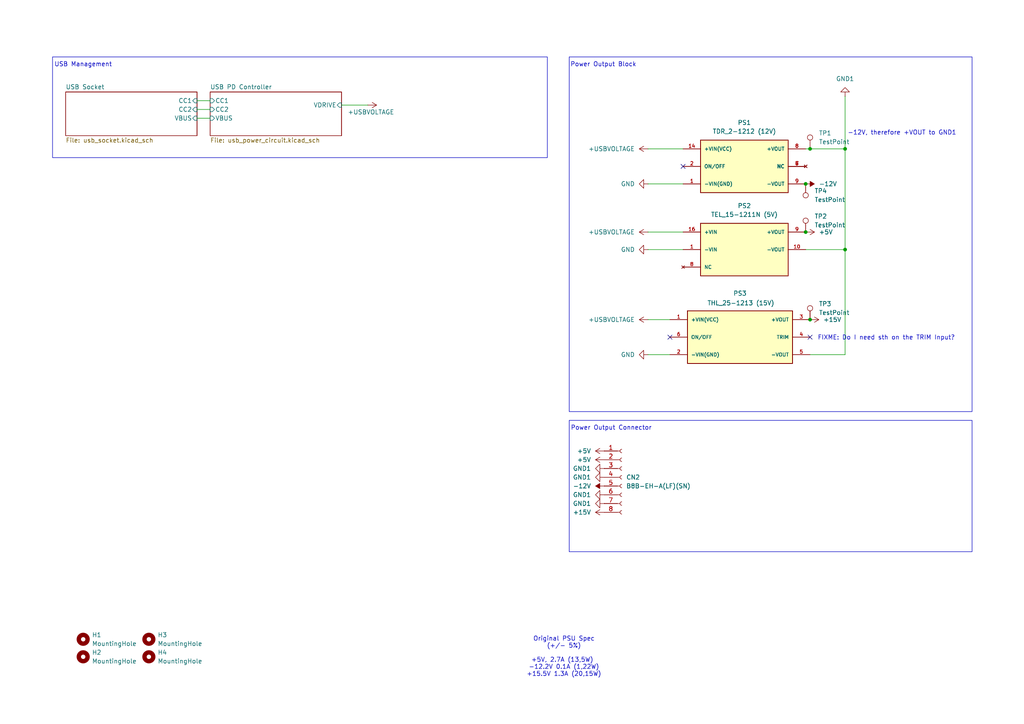
<source format=kicad_sch>
(kicad_sch (version 20231120) (generator "eeschema") (generator_version "8.0")
  (paper "A4")
  (title_block (title "Coolscan LS40 USB PSU") (date "2024-11-15") (rev "0.1") (company "wirkbetrieb.net"))
  (lib_symbols
    (symbol "Connector:Conn_01x08_Socket" (pin_names (offset 1.016) hide)
      (property "Reference" "J" (at 0 10.16 0))
      (property "Value" "Conn_01x08_Socket" (at 0 -12.7 0))
      (symbol "Conn_01x08_Socket_1_1"
        (arc (start 0 -9.652) (mid -0.5058 -10.16) (end 0 -10.668) (stroke (width 0.1524)))
        (arc (start 0 -7.112) (mid -0.5058 -7.62) (end 0 -8.128) (stroke (width 0.1524)))
        (arc (start 0 -4.572) (mid -0.5058 -5.08) (end 0 -5.588) (stroke (width 0.1524)))
        (arc (start 0 -2.032) (mid -0.5058 -2.54) (end 0 -3.048) (stroke (width 0.1524)))
        (polyline (pts (xy -1.27 -10.16) (xy -0.508 -10.16)) (stroke (width 0.1524)))
        (polyline (pts (xy -1.27 -7.62) (xy -0.508 -7.62)) (stroke (width 0.1524)))
        (polyline (pts (xy -1.27 -5.08) (xy -0.508 -5.08)) (stroke (width 0.1524)))
        (polyline (pts (xy -1.27 -2.54) (xy -0.508 -2.54)) (stroke (width 0.1524)))
        (polyline (pts (xy -1.27 0) (xy -0.508 0)) (stroke (width 0.1524)))
        (polyline (pts (xy -1.27 2.54) (xy -0.508 2.54)) (stroke (width 0.1524)))
        (polyline (pts (xy -1.27 5.08) (xy -0.508 5.08)) (stroke (width 0.1524)))
        (polyline (pts (xy -1.27 7.62) (xy -0.508 7.62)) (stroke (width 0.1524)))
        (arc (start 0 0.508) (mid -0.5058 0) (end 0 -0.508) (stroke (width 0.1524)))
        (arc (start 0 3.048) (mid -0.5058 2.54) (end 0 2.032) (stroke (width 0.1524)))
        (arc (start 0 5.588) (mid -0.5058 5.08) (end 0 4.572) (stroke (width 0.1524)))
        (arc (start 0 8.128) (mid -0.5058 7.62) (end 0 7.112) (stroke (width 0.1524)))
        (pin passive line (at -5.08 7.62 0) (length 3.81) (name "Pin_1") (number "1"))
        (pin passive line (at -5.08 5.08 0) (length 3.81) (name "Pin_2") (number "2"))
        (pin passive line (at -5.08 2.54 0) (length 3.81) (name "Pin_3") (number "3"))
        (pin passive line (at -5.08 0 0) (length 3.81) (name "Pin_4") (number "4"))
        (pin passive line (at -5.08 -2.54 0) (length 3.81) (name "Pin_5") (number "5"))
        (pin passive line (at -5.08 -5.08 0) (length 3.81) (name "Pin_6") (number "6"))
        (pin passive line (at -5.08 -7.62 0) (length 3.81) (name "Pin_7") (number "7"))
        (pin passive line (at -5.08 -10.16 0) (length 3.81) (name "Pin_8") (number "8"))
      )
    )
    (symbol "Connector:TestPoint" (pin_numbers hide) (pin_names (offset 0.762) hide)
      (property "Reference" "TP" (at 0 6.858 0))
      (property "Value" "TestPoint" (at 0 5.08 0))
      (symbol "TestPoint_0_1"
        (circle (center 0 3.302) (radius 0.762))
      )
      (symbol "TestPoint_1_1"
        (pin passive line (at 0 0 90) (length 2.54) (name "1") (number "1"))
      )
    )
    (symbol "Mechanical:MountingHole" (pin_names (offset 1.016)) (exclude_from_sim yes) (in_bom no)
      (property "Reference" "H" (at 0 5.08 0))
      (property "Value" "MountingHole" (at 0 3.175 0))
      (symbol "MountingHole_0_1"
        (circle (center 0 0) (radius 1.27) (stroke (width 1.27)))
      )
    )
    (symbol "power:+15V" (power) (pin_numbers hide) (pin_names (offset 0) hide)
      (property "Value" "+15V" (at 0 3.556 0))
      (symbol "+15V_0_1"
        (polyline (pts (xy -0.762 1.27) (xy 0 2.54)))
        (polyline (pts (xy 0 0) (xy 0 2.54)))
        (polyline (pts (xy 0 2.54) (xy 0.762 1.27)))
      )
      (symbol "+15V_1_1"
        (pin power_in line (at 0 0 90) (length 0) (name "~") (number "1"))
      )
    )
    (symbol "power:+5V" (power) (pin_numbers hide) (pin_names (offset 0) hide)
      (property "Value" "+5V" (at 0 3.556 0))
      (symbol "+5V_0_1"
        (polyline (pts (xy -0.762 1.27) (xy 0 2.54)))
        (polyline (pts (xy 0 0) (xy 0 2.54)))
        (polyline (pts (xy 0 2.54) (xy 0.762 1.27)))
      )
      (symbol "+5V_1_1"
        (pin power_in line (at 0 0 90) (length 0) (name "~") (number "1"))
      )
    )
    (symbol "power:-12V" (power) (pin_numbers hide) (pin_names (offset 0) hide)
      (property "Value" "-12V" (at 0 3.556 0))
      (symbol "-12V_0_0"
        (pin power_in line (at 0 0 90) (length 0) (name "~") (number "1"))
      )
      (symbol "-12V_0_1"
        (polyline (pts (xy 0 0) (xy 0 1.27) (xy 0.762 1.27) (xy 0 2.54) (xy -0.762 1.27) (xy 0 1.27)) (fill (type outline)))
      )
    )
    (symbol "power:GND" (power) (pin_numbers hide) (pin_names (offset 0) hide)
      (property "Value" "GND" (at 0 -3.81 0))
      (symbol "GND_0_1"
        (polyline (pts (xy 0 0) (xy 0 -1.27) (xy 1.27 -1.27) (xy 0 -2.54) (xy -1.27 -1.27) (xy 0 -1.27)))
      )
      (symbol "GND_1_1"
        (pin power_in line (at 0 0 270) (length 0) (name "~") (number "1"))
      )
    )
    (symbol "power:GND1" (power) (pin_numbers hide) (pin_names (offset 0) hide)
      (property "Value" "GND1" (at 0 -3.81 0))
      (symbol "GND1_0_1"
        (polyline (pts (xy 0 0) (xy 0 -1.27) (xy 1.27 -1.27) (xy 0 -2.54) (xy -1.27 -1.27) (xy 0 -1.27)))
      )
      (symbol "GND1_1_1"
        (pin power_in line (at 0 0 270) (length 0) (name "~") (number "1"))
      )
    )
    (symbol "traco:TDR_2_1212" (pin_names (offset 1.016))
      (property "Reference" "PS" (at -12.7 8.128 0))
      (property "Value" "TDR_2-1212" (at -12.7 -10.16 0))
      (symbol "TDR_2_1212_0_0"
        (rectangle (start -12.7 7.62) (end 12.7 -7.62) (stroke (width 0.254)) (fill (type background)))
        (pin input line (at -17.78 -5.08 0) (length 5.08) (name "-VIN(GND)") (number "1"))
        (pin input line (at -17.78 5.08 0) (length 5.08) (name "+VIN(VCC)") (number "14"))
        (pin input line (at -17.78 0 0) (length 5.08) (name "ON/OFF") (number "2"))
        (pin no_connect line (at 17.78 0 180) (length 5.08) (name "NC") (number "6"))
        (pin no_connect line (at 17.78 0 180) (length 5.08) (name "NC") (number "7"))
        (pin output line (at 17.78 5.08 180) (length 5.08) (name "+VOUT") (number "8"))
        (pin output line (at 17.78 -5.08 180) (length 5.08) (name "-VOUT") (number "9"))
      )
    )
    (symbol "traco:TEL_15-1211N" (pin_names (offset 1.016))
      (property "Reference" "PS" (at -12.7 8.382 0))
      (property "Value" "TEL_15-1211N" (at -12.954 -10.414 0))
      (symbol "TEL_15-1211N_0_0"
        (rectangle (start -12.7 -7.62) (end 12.7 7.62) (stroke (width 0.254)) (fill (type background)))
        (pin input line (at -17.78 0 0) (length 5.08) (name "-VIN") (number "1"))
        (pin output line (at 17.78 0 180) (length 5.08) (name "-VOUT") (number "10"))
        (pin input line (at -17.78 5.08 0) (length 5.08) (name "+VIN") (number "16"))
        (pin no_connect line (at -17.78 -5.08 0) (length 5.08) (name "NC") (number "8"))
        (pin output line (at 17.78 5.08 180) (length 5.08) (name "+VOUT") (number "9"))
      )
    )
    (symbol "traco:THL_25-1213" (pin_names (offset 1.016))
      (property "Reference" "PS" (at -15.24 8.382 0))
      (property "Value" "THL_25-1213" (at -15.24 -8.382 0))
      (symbol "THL_25-1213_0_0"
        (rectangle (start -15.24 7.62) (end 15.24 -7.62) (stroke (width 0.254)) (fill (type background)))
        (pin input line (at -20.32 5.08 0) (length 5.08) (name "+VIN(VCC)") (number "1"))
        (pin input line (at -20.32 -5.08 0) (length 5.08) (name "-VIN(GND)") (number "2"))
        (pin output line (at 20.32 5.08 180) (length 5.08) (name "+VOUT") (number "3"))
        (pin passive line (at 20.32 0 180) (length 5.08) (name "TRIM") (number "4"))
        (pin output line (at 20.32 -5.08 180) (length 5.08) (name "-VOUT") (number "5"))
        (pin input line (at -20.32 0 0) (length 5.08) (name "ON/OFF") (number "6"))
      )
    )
  )
  (junction (at 234.95 43.18))
  (junction (at 233.68 53.34))
  (junction (at 245.11 43.18))
  (junction (at 233.68 67.31))
  (junction (at 234.95 92.71))
  (junction (at 245.11 72.39))
  (no_connect (at 194.31 97.79))
  (no_connect (at 198.12 48.26))
  (no_connect (at 234.95 97.79))
  (wire (pts (xy 234.95 102.87) (xy 245.11 102.87)))
  (wire (pts (xy 187.96 102.87) (xy 194.31 102.87)))
  (wire (pts (xy 245.11 102.87) (xy 245.11 72.39)))
  (wire (pts (xy 234.95 43.18) (xy 245.11 43.18)))
  (wire (pts (xy 187.96 72.39) (xy 198.12 72.39)))
  (wire (pts (xy 233.68 72.39) (xy 245.11 72.39)))
  (wire (pts (xy 245.11 72.39) (xy 245.11 43.18)))
  (wire (pts (xy 233.68 43.18) (xy 234.95 43.18)))
  (wire (pts (xy 57.15 29.21) (xy 60.96 29.21)))
  (wire (pts (xy 187.96 43.18) (xy 198.12 43.18)))
  (wire (pts (xy 187.96 92.71) (xy 194.31 92.71)))
  (wire (pts (xy 187.96 53.34) (xy 198.12 53.34)))
  (wire (pts (xy 245.11 43.18) (xy 245.11 27.94)))
  (wire (pts (xy 57.15 31.75) (xy 60.96 31.75)))
  (wire (pts (xy 187.96 67.31) (xy 198.12 67.31)))
  (wire (pts (xy 57.15 34.29) (xy 60.96 34.29)))
  (wire (pts (xy 99.06 30.48) (xy 106.68 30.48)))
  (rectangle (start 15.24 16.51) (end 158.75 45.72))
  (rectangle (start 165.1 121.92) (end 281.94 160.02))
  (rectangle (start 165.1 16.51) (end 281.94 119.38))
  (text "-12V, therefore +VOUT to GND1" (at 261.62 38.608 0) (effects (font (size 1.27 1.27))))
  (text "Power Output Block" (at 175.006 18.796 0) (effects (font (size 1.27 1.27))))
  (text "Original PSU Spec\n(+/- 5%)\n\n+5V, 2.7A (13,5W) \n-12.2V 0.1A (1,22W)\n+15.5V 1.3A (20,15W)" (at 163.576 190.5 0) (effects (font (size 1.27 1.27))))
  (text "USB Management" (at 24.13 18.796 0) (effects (font (size 1.27 1.27))))
  (text "Power Output Connector" (at 177.292 124.206 0) (effects (font (size 1.27 1.27))))
  (text "FIXME: Do I need sth on the TRIM Input? " (at 257.556 98.044 0) (effects (font (size 1.27 1.27))))
  (symbol (lib_id "power:GND") (at 187.96 102.87 270) (unit 1)
    (property "Reference" "#PWR045" (effects (hide yes)))
    (property "Value" "GND" (at 184.15 102.8699 90) (effects (justify right)))
    (property "Description" "Power symbol creates a global label with name \"GND\" , ground" (effects (hide yes)))
  )
  (symbol (lib_id "power:+15V") (at 187.96 43.18 90) (unit 1)
    (property "Reference" "#PWR025" (effects (hide yes)))
    (property "Value" "+USBVOLTAGE" (at 184.15 43.1801 90) (effects (justify left)))
    (property "Description" "Power symbol creates a global label with name \"+15V\"" (effects (hide yes)))
  )
  (symbol (lib_id "Connector:TestPoint") (at 233.68 67.31 0) (unit 1)
    (property "Reference" "TP2" (at 236.22 62.7379 0) (effects (justify left)))
    (property "Value" "TestPoint" (at 236.22 65.2779 0) (effects (justify left)))
    (property "Footprint" "TestPoint:TestPoint_Pad_D4.0mm" (effects (hide yes)))
    (property "Description" "test point" (effects (hide yes)))
  )
  (symbol (lib_id "Connector:TestPoint") (at 234.95 43.18 0) (unit 1)
    (property "Reference" "TP1" (at 237.49 38.6079 0) (effects (justify left)))
    (property "Value" "TestPoint" (at 237.49 41.1479 0) (effects (justify left)))
    (property "Footprint" "TestPoint:TestPoint_Pad_D4.0mm" (effects (hide yes)))
    (property "Description" "test point" (effects (hide yes)))
  )
  (symbol (lib_id "power:GND1") (at 245.11 27.94 180) (unit 1)
    (property "Reference" "#PWR04" (effects (hide yes)))
    (property "Value" "GND1" (at 245.11 22.86 0))
    (property "Description" "Power symbol creates a global label with name \"GND1\" , ground" (effects (hide yes)))
  )
  (symbol (lib_id "traco:THL_25-1213") (at 214.63 97.79 0) (unit 1)
    (property "Reference" "PS3" (at 214.63 85.09 0))
    (property "Value" "THL_25-1213 (15V)" (at 214.884 87.884 0))
    (property "Footprint" "Traco:THL25-1213" (effects (hide yes)))
    (property "MF" "Traco Power" (effects (hide yes)))
    (property "MAXIMUM_PACKAGE_HEIGHT" "10.16 mm" (effects (hide yes)))
    (property "Package" "1&quot; X 1&quot; Traco Power" (effects (hide yes)))
    (property "Price" "None" (effects (hide yes)))
    (property "Check_prices" "https://www.snapeda.com/parts/THL%2025-1213/Traco+Power/view-part/?ref=eda" (effects (hide yes)))
    (property "STANDARD" "Manufacturer Recommendations" (effects (hide yes)))
    (property "PARTREV" "Jan 18, 2021" (effects (hide yes)))
    (property "SnapEDA_Link" "https://www.snapeda.com/parts/THL%2025-1213/Traco+Power/view-part/?ref=snap" (effects (hide yes)))
    (property "MP" "THL 25-1213" (effects (hide yes)))
    (property "Description_1" "\n                        \n                            25 Watt DC/DC converter, industrial, 2:1 input, encpasulated, 1 x 1 metal package\n                        \n" (effects (hide yes)))
    (property "Availability" "In Stock" (effects (hide yes)))
    (property "MANUFACTURER" "Traco Power" (effects (hide yes)))
  )
  (symbol (lib_id "traco:TDR_2_1212") (at 215.9 48.26 0) (unit 1)
    (property "Reference" "PS1" (at 215.9 35.56 0))
    (property "Value" "TDR_2-1212 (12V)" (at 215.9 38.1 0))
    (property "Footprint" "Traco:TDR2-1211" (effects (hide yes)))
    (property "MF" "Traco Power" (effects (hide yes)))
    (property "MAXIMUM_PACKAGE_HEIGHT" "9.2 mm" (effects (hide yes)))
    (property "Package" "DIP-14 Traco Power" (effects (hide yes)))
    (property "Price" "None" (effects (hide yes)))
    (property "Check_prices" "https://www.snapeda.com/parts/TDR%202-2411/Traco+Power/view-part/?ref=eda" (effects (hide yes)))
    (property "STANDARD" "IPC 7351B" (effects (hide yes)))
    (property "PARTREV" "November 27, 2020" (effects (hide yes)))
    (property "SnapEDA_Link" "https://www.snapeda.com/parts/TDR%202-2411/Traco+Power/view-part/?ref=snap" (effects (hide yes)))
    (property "MP" "TDR 2-2411" (effects (hide yes)))
    (property "Description_1" "\n                        \n                            2 Watt DC/DC converter, industrial, 2:1 input, regulated, encapsulated (overmold), DIP-14\n                        \n" (effects (hide yes)))
    (property "Availability" "In Stock" (effects (hide yes)))
    (property "MANUFACTURER" "Traco Power" (effects (hide yes)))
  )
  (symbol (lib_id "Mechanical:MountingHole") (at 43.18 190.5 0) (unit 1) (exclude_from_sim yes) (in_bom no)
    (property "Reference" "H4" (at 45.72 189.2299 0) (effects (justify left)))
    (property "Value" "MountingHole" (at 45.72 191.7699 0) (effects (justify left)))
    (property "Footprint" "MountingHole:MountingHole_4mm" (effects (hide yes)))
    (property "Description" "Mounting Hole without connection" (effects (hide yes)))
  )
  (symbol (lib_id "power:-12V") (at 233.68 53.34 270) (unit 1)
    (property "Reference" "#PWR021" (effects (hide yes)))
    (property "Value" "-12V" (at 237.49 53.3399 90) (effects (justify left)))
    (property "Description" "Power symbol creates a global label with name \"-12V\"" (effects (hide yes)))
  )
  (symbol (lib_id "power:+5V") (at 175.26 130.81 90) (unit 1)
    (property "Reference" "#PWR05" (effects (hide yes)))
    (property "Value" "+5V" (at 171.45 130.8099 90) (effects (justify left)))
    (property "Description" "Power symbol creates a global label with name \"+5V\"" (effects (hide yes)))
  )
  (symbol (lib_id "Connector:TestPoint") (at 233.68 53.34 180) (unit 1)
    (property "Reference" "TP4" (at 236.22 55.3719 0) (effects (justify right)))
    (property "Value" "TestPoint" (at 236.22 57.9119 0) (effects (justify right)))
    (property "Footprint" "TestPoint:TestPoint_Pad_D4.0mm" (effects (hide yes)))
    (property "Description" "test point" (effects (hide yes)))
  )
  (symbol (lib_id "power:-12V") (at 175.26 140.97 90) (unit 1)
    (property "Reference" "#PWR07" (effects (hide yes)))
    (property "Value" "-12V" (at 171.45 140.9699 90) (effects (justify left)))
    (property "Description" "Power symbol creates a global label with name \"-12V\"" (effects (hide yes)))
  )
  (symbol (lib_id "power:GND1") (at 175.26 143.51 270) (unit 1)
    (property "Reference" "#PWR02" (effects (hide yes)))
    (property "Value" "GND1" (at 171.45 143.5099 90) (effects (justify right)))
    (property "Description" "Power symbol creates a global label with name \"GND1\" , ground" (effects (hide yes)))
  )
  (symbol (lib_id "power:+15V") (at 187.96 67.31 90) (unit 1)
    (property "Reference" "#PWR041" (effects (hide yes)))
    (property "Value" "+USBVOLTAGE" (at 184.15 67.3101 90) (effects (justify left)))
    (property "Description" "Power symbol creates a global label with name \"+15V\"" (effects (hide yes)))
  )
  (symbol (lib_id "traco:TEL_15-1211N") (at 215.9 72.39 0) (unit 1)
    (property "Reference" "PS2" (at 215.9 59.69 0))
    (property "Value" "TEL_15-1211N (5V)" (at 215.9 62.23 0))
    (property "Footprint" "Traco:TEL15-1211N" (effects (hide yes)))
    (property "MF" "Traco Power" (effects (hide yes)))
    (property "MAXIMUM_PACKAGE_HEIGHT" "10.7 mm" (effects (hide yes)))
    (property "Package" "NON STANDARD-5 Traco Power" (effects (hide yes)))
    (property "Price" "None" (effects (hide yes)))
    (property "Check_prices" "https://www.snapeda.com/parts/TEL%2015-1211N/Traco+Power/view-part/?ref=eda" (effects (hide yes)))
    (property "STANDARD" "IPC-7351B" (effects (hide yes)))
    (property "PARTREV" "November 2, 2022" (effects (hide yes)))
    (property "SnapEDA_Link" "https://www.snapeda.com/parts/TEL%2015-1211N/Traco+Power/view-part/?ref=snap" (effects (hide yes)))
    (property "MP" "TEL 15-1211N" (effects (hide yes)))
    (property "Description_1" "\n                        \n                            15 Watt DC/DC converter, industrial, 2:1 input, ultra compact design, encapsulated, DIP-16 metal package\n                        \n" (effects (hide yes)))
    (property "Availability" "In Stock" (effects (hide yes)))
    (property "MANUFACTURER" "Traco Power" (effects (hide yes)))
  )
  (symbol (lib_id "power:GND") (at 187.96 53.34 270) (unit 1)
    (property "Reference" "#PWR043" (effects (hide yes)))
    (property "Value" "GND" (at 184.15 53.3399 90) (effects (justify right)))
    (property "Description" "Power symbol creates a global label with name \"GND\" , ground" (effects (hide yes)))
  )
  (symbol (lib_id "Connector:TestPoint") (at 234.95 92.71 0) (unit 1)
    (property "Reference" "TP3" (at 237.49 88.1379 0) (effects (justify left)))
    (property "Value" "TestPoint" (at 237.49 90.6779 0) (effects (justify left)))
    (property "Footprint" "TestPoint:TestPoint_Pad_D4.0mm" (effects (hide yes)))
    (property "Description" "test point" (effects (hide yes)))
  )
  (symbol (lib_id "power:GND1") (at 175.26 138.43 270) (unit 1)
    (property "Reference" "#PWR01" (effects (hide yes)))
    (property "Value" "GND1" (at 171.45 138.4299 90) (effects (justify right)))
    (property "Description" "Power symbol creates a global label with name \"GND1\" , ground" (effects (hide yes)))
  )
  (symbol (lib_id "power:+15V") (at 106.68 30.48 270) (unit 1)
    (property "Reference" "#PWR024" (effects (hide yes)))
    (property "Value" "+USBVOLTAGE" (at 100.838 32.512 90) (effects (justify left)))
    (property "Description" "Power symbol creates a global label with name \"+15V\"" (effects (hide yes)))
  )
  (symbol (lib_id "Mechanical:MountingHole") (at 24.13 190.5 0) (unit 1) (exclude_from_sim yes) (in_bom no)
    (property "Reference" "H2" (at 26.67 189.2299 0) (effects (justify left)))
    (property "Value" "MountingHole" (at 26.67 191.7699 0) (effects (justify left)))
    (property "Footprint" "MountingHole:MountingHole_3mm_Pad" (effects (hide yes)))
    (property "Description" "Mounting Hole without connection" (effects (hide yes)))
  )
  (symbol (lib_id "Mechanical:MountingHole") (at 24.13 185.42 0) (unit 1) (exclude_from_sim yes) (in_bom no)
    (property "Reference" "H1" (at 26.67 184.1499 0) (effects (justify left)))
    (property "Value" "MountingHole" (at 26.67 186.6899 0) (effects (justify left)))
    (property "Footprint" "MountingHole:MountingHole_3mm_Pad" (effects (hide yes)))
    (property "Description" "Mounting Hole without connection" (effects (hide yes)))
  )
  (symbol (lib_id "power:+5V") (at 175.26 133.35 90) (unit 1)
    (property "Reference" "#PWR06" (effects (hide yes)))
    (property "Value" "+5V" (at 171.45 133.3499 90) (effects (justify left)))
    (property "Description" "Power symbol creates a global label with name \"+5V\"" (effects (hide yes)))
  )
  (symbol (lib_id "power:GND1") (at 175.26 146.05 270) (unit 1)
    (property "Reference" "#PWR03" (effects (hide yes)))
    (property "Value" "GND1" (at 171.45 146.0499 90) (effects (justify right)))
    (property "Description" "Power symbol creates a global label with name \"GND1\" , ground" (effects (hide yes)))
  )
  (symbol (lib_id "Mechanical:MountingHole") (at 43.18 185.42 0) (unit 1) (exclude_from_sim yes) (in_bom no)
    (property "Reference" "H3" (at 45.72 184.1499 0) (effects (justify left)))
    (property "Value" "MountingHole" (at 45.72 186.6899 0) (effects (justify left)))
    (property "Footprint" "MountingHole:MountingHole_3mm_Pad" (effects (hide yes)))
    (property "Description" "Mounting Hole without connection" (effects (hide yes)))
  )
  (symbol (lib_id "Connector:Conn_01x08_Socket") (at 180.34 138.43 0) (unit 1)
    (property "Reference" "CN2" (at 181.61 138.4299 0) (effects (justify left)))
    (property "Value" "B8B-EH-A(LF)(SN)" (at 181.61 140.9699 0) (effects (justify left)))
    (property "Footprint" "Connector_JST:JST_EH_B8B-EH-A_1x08_P2.50mm_Vertical" (effects (hide yes)))
    (property "Description" "Generic connector, single row, 01x08, script generated" (effects (hide yes)))
    (property "LCSC" "C160253" (effects (hide yes)))
  )
  (symbol (lib_id "power:GND") (at 187.96 72.39 270) (unit 1)
    (property "Reference" "#PWR044" (effects (hide yes)))
    (property "Value" "GND" (at 184.15 72.3899 90) (effects (justify right)))
    (property "Description" "Power symbol creates a global label with name \"GND\" , ground" (effects (hide yes)))
  )
  (symbol (lib_id "power:+15V") (at 187.96 92.71 90) (mirror x) (unit 1)
    (property "Reference" "#PWR042" (effects (hide yes)))
    (property "Value" "+USBVOLTAGE" (at 184.15 92.7099 90) (effects (justify left)))
    (property "Description" "Power symbol creates a global label with name \"+15V\"" (effects (hide yes)))
  )
  (symbol (lib_id "power:GND1") (at 175.26 135.89 270) (unit 1)
    (property "Reference" "#PWR020" (effects (hide yes)))
    (property "Value" "GND1" (at 171.45 135.8899 90) (effects (justify right)))
    (property "Description" "Power symbol creates a global label with name \"GND1\" , ground" (effects (hide yes)))
  )
  (symbol (lib_id "power:+15V") (at 175.26 148.59 90) (unit 1)
    (property "Reference" "#PWR08" (effects (hide yes)))
    (property "Value" "+15V" (at 171.45 148.5899 90) (effects (justify left)))
    (property "Description" "Power symbol creates a global label with name \"+15V\"" (effects (hide yes)))
  )
  (symbol (lib_id "power:+5V") (at 233.68 67.31 270) (unit 1)
    (property "Reference" "#PWR022" (effects (hide yes)))
    (property "Value" "+5V" (at 237.49 67.3099 90) (effects (justify left)))
    (property "Description" "Power symbol creates a global label with name \"+5V\"" (effects (hide yes)))
  )
  (symbol (lib_id "power:+15V") (at 234.95 92.71 270) (unit 1)
    (property "Reference" "#PWR023" (effects (hide yes)))
    (property "Value" "+15V" (at 238.76 92.7099 90) (effects (justify left)))
    (property "Description" "Power symbol creates a global label with name \"+15V\"" (effects (hide yes)))
  )
  (sheet (at 60.96 26.67) (size 38.1 12.7) (stroke (width 0.1524))
    (property "Sheetname" "USB PD Controller" (at 60.96 25.9584 0) (effects (justify left bottom)))
    (property "Sheetfile" "usb_power_circuit.kicad_sch" (at 60.96 39.9546 0) (effects (justify left top)))
    (pin "CC2" input (at 60.96 31.75 180))
    (pin "CC1" input (at 60.96 29.21 180))
    (pin "VBUS" input (at 60.96 34.29 180))
    (pin "VDRIVE" input (at 99.06 30.48 0))
  )
  (sheet (at 19.05 26.67) (size 38.1 12.7) (stroke (width 0.1524))
    (property "Sheetname" "USB Socket" (at 19.05 25.9584 0) (effects (justify left bottom)))
    (property "Sheetfile" "usb_socket.kicad_sch" (at 19.05 39.9546 0) (effects (justify left top)))
    (pin "CC1" input (at 57.15 29.21 0))
    (pin "CC2" input (at 57.15 31.75 0))
    (pin "VBUS" input (at 57.15 34.29 0))
  )
)
</source>
